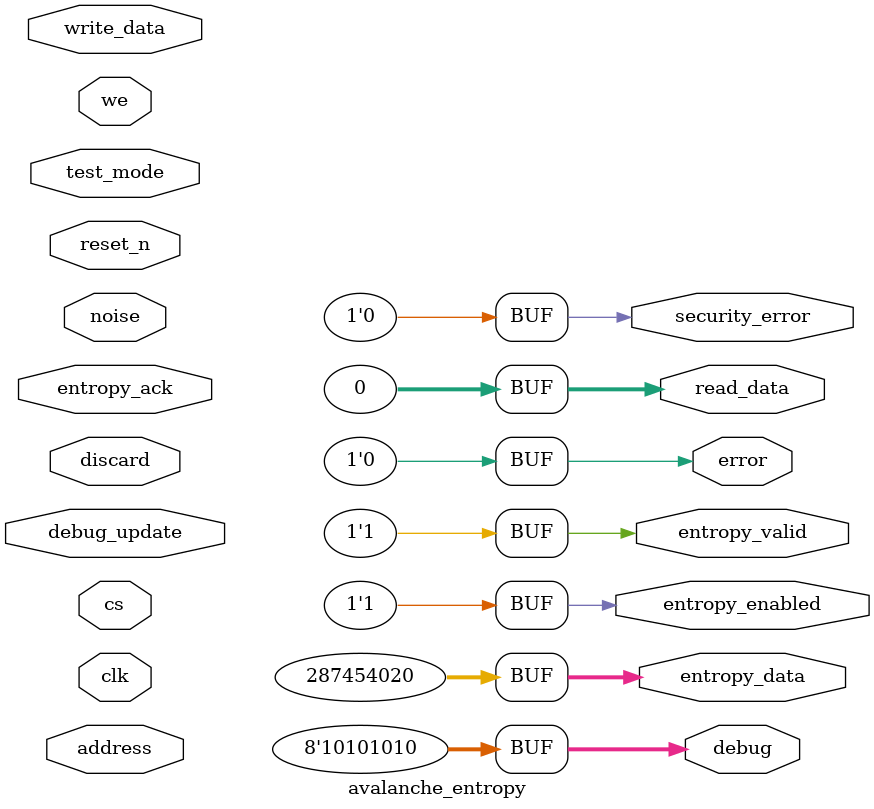
<source format=v>
module avalanche_entropy(	// file.cleaned.mlir:2:3
  input         clk,	// file.cleaned.mlir:2:35
                reset_n,	// file.cleaned.mlir:2:49
                noise,	// file.cleaned.mlir:2:67
                cs,	// file.cleaned.mlir:2:83
                we,	// file.cleaned.mlir:2:96
  input  [7:0]  address,	// file.cleaned.mlir:2:109
  input  [31:0] write_data,	// file.cleaned.mlir:2:127
  input         discard,	// file.cleaned.mlir:2:149
                test_mode,	// file.cleaned.mlir:2:167
                entropy_ack,	// file.cleaned.mlir:2:187
                debug_update,	// file.cleaned.mlir:2:209
  output [31:0] read_data,	// file.cleaned.mlir:2:233
  output        error,	// file.cleaned.mlir:2:254
                security_error,	// file.cleaned.mlir:2:270
                entropy_enabled,	// file.cleaned.mlir:2:295
  output [31:0] entropy_data,	// file.cleaned.mlir:2:321
  output        entropy_valid,	// file.cleaned.mlir:2:345
  output [7:0]  debug	// file.cleaned.mlir:2:369
);

  assign read_data = 32'h0;	// file.cleaned.mlir:5:15, :8:5
  assign error = 1'h0;	// file.cleaned.mlir:6:14, :8:5
  assign security_error = 1'h0;	// file.cleaned.mlir:6:14, :8:5
  assign entropy_enabled = 1'h1;	// file.cleaned.mlir:7:13, :8:5
  assign entropy_data = 32'h11223344;	// file.cleaned.mlir:4:23, :8:5
  assign entropy_valid = 1'h1;	// file.cleaned.mlir:7:13, :8:5
  assign debug = 8'hAA;	// file.cleaned.mlir:3:16, :8:5
endmodule


</source>
